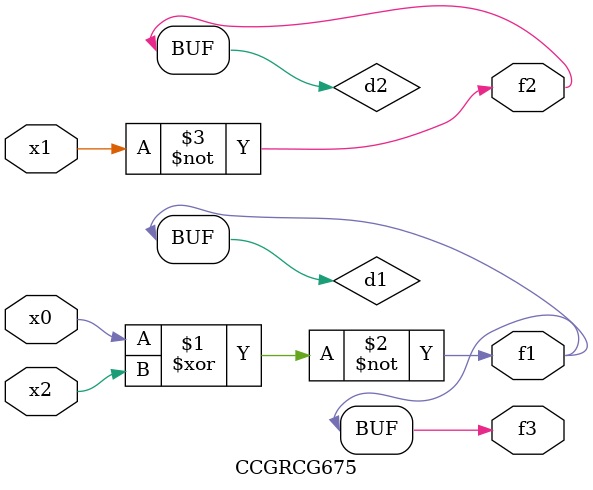
<source format=v>
module CCGRCG675(
	input x0, x1, x2,
	output f1, f2, f3
);

	wire d1, d2, d3;

	xnor (d1, x0, x2);
	nand (d2, x1);
	nor (d3, x1, x2);
	assign f1 = d1;
	assign f2 = d2;
	assign f3 = d1;
endmodule

</source>
